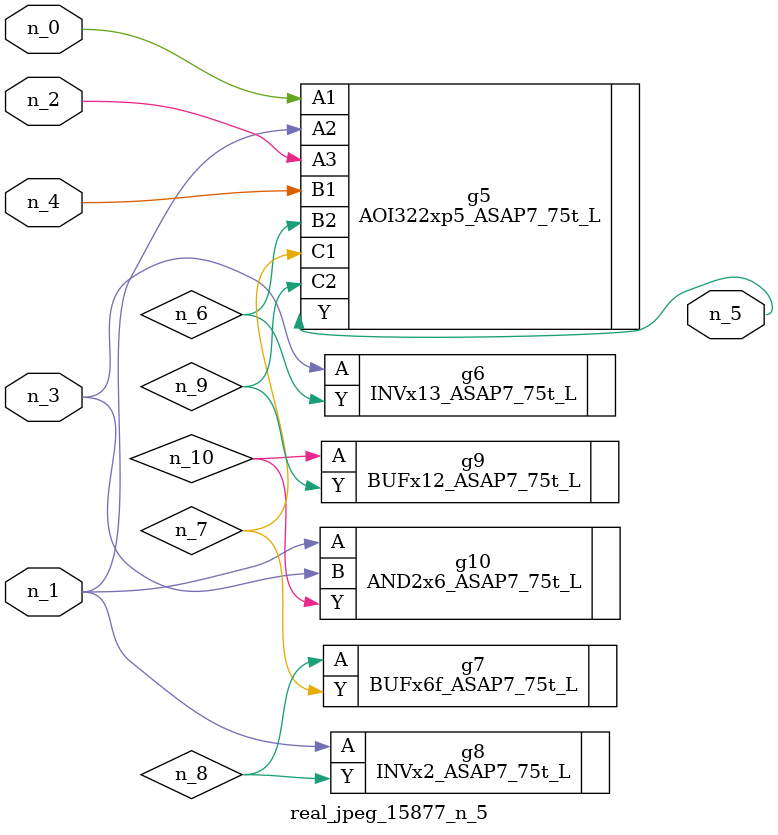
<source format=v>
module real_jpeg_15877_n_5 (n_4, n_0, n_1, n_2, n_3, n_5);

input n_4;
input n_0;
input n_1;
input n_2;
input n_3;

output n_5;

wire n_8;
wire n_6;
wire n_7;
wire n_10;
wire n_9;

AOI322xp5_ASAP7_75t_L g5 ( 
.A1(n_0),
.A2(n_1),
.A3(n_2),
.B1(n_4),
.B2(n_6),
.C1(n_7),
.C2(n_9),
.Y(n_5)
);

INVx2_ASAP7_75t_L g8 ( 
.A(n_1),
.Y(n_8)
);

AND2x6_ASAP7_75t_L g10 ( 
.A(n_1),
.B(n_3),
.Y(n_10)
);

INVx13_ASAP7_75t_L g6 ( 
.A(n_3),
.Y(n_6)
);

BUFx6f_ASAP7_75t_L g7 ( 
.A(n_8),
.Y(n_7)
);

BUFx12_ASAP7_75t_L g9 ( 
.A(n_10),
.Y(n_9)
);


endmodule
</source>
